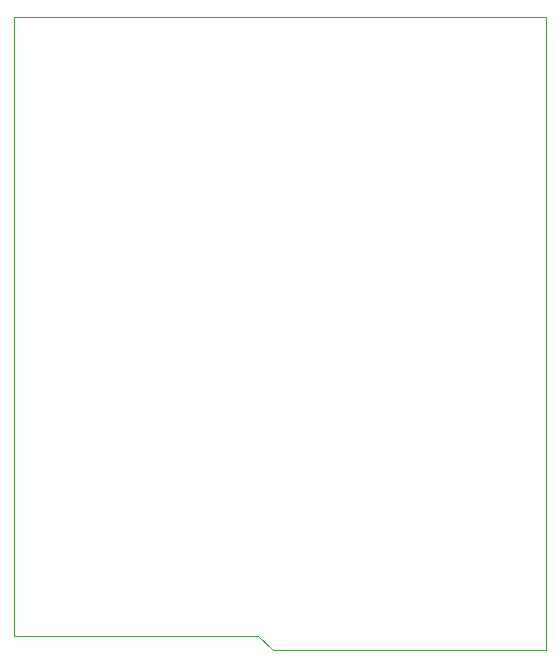
<source format=gbr>
%TF.GenerationSoftware,KiCad,Pcbnew,6.0.10-86aedd382b~118~ubuntu20.04.1*%
%TF.CreationDate,2023-01-18T18:06:03-08:00*%
%TF.ProjectId,parallel2usb,70617261-6c6c-4656-9c32-7573622e6b69,rev?*%
%TF.SameCoordinates,Original*%
%TF.FileFunction,Profile,NP*%
%FSLAX46Y46*%
G04 Gerber Fmt 4.6, Leading zero omitted, Abs format (unit mm)*
G04 Created by KiCad (PCBNEW 6.0.10-86aedd382b~118~ubuntu20.04.1) date 2023-01-18 18:06:03*
%MOMM*%
%LPD*%
G01*
G04 APERTURE LIST*
%TA.AperFunction,Profile*%
%ADD10C,0.100000*%
%TD*%
G04 APERTURE END LIST*
D10*
X209804000Y-128397000D02*
X186690000Y-128397000D01*
X185420000Y-127254000D01*
X164719000Y-127254000D01*
X164719000Y-74803000D01*
X209804000Y-74803000D01*
X209804000Y-128397000D01*
M02*

</source>
